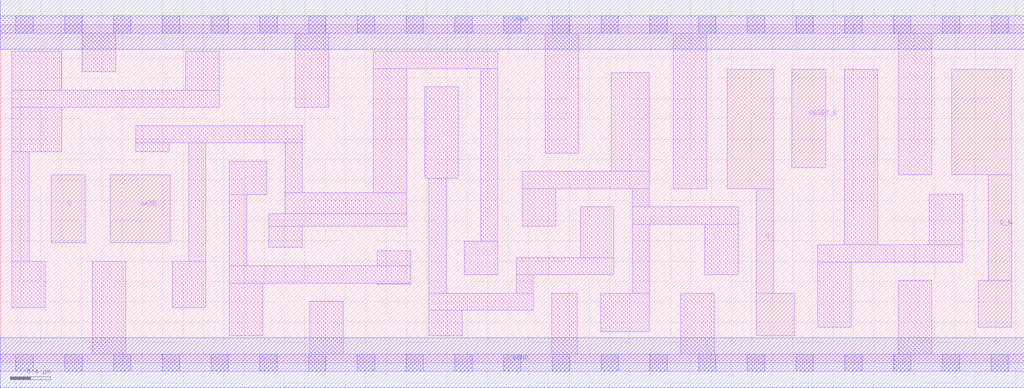
<source format=lef>
# Copyright 2020 The SkyWater PDK Authors
#
# Licensed under the Apache License, Version 2.0 (the "License");
# you may not use this file except in compliance with the License.
# You may obtain a copy of the License at
#
#     https://www.apache.org/licenses/LICENSE-2.0
#
# Unless required by applicable law or agreed to in writing, software
# distributed under the License is distributed on an "AS IS" BASIS,
# WITHOUT WARRANTIES OR CONDITIONS OF ANY KIND, either express or implied.
# See the License for the specific language governing permissions and
# limitations under the License.
#
# SPDX-License-Identifier: Apache-2.0

VERSION 5.7 ;
  NAMESCASESENSITIVE ON ;
  NOWIREEXTENSIONATPIN ON ;
  DIVIDERCHAR "/" ;
  BUSBITCHARS "[]" ;
UNITS
  DATABASE MICRONS 200 ;
END UNITS
MACRO sky130_fd_sc_lp__dlrbp_lp
  CLASS CORE ;
  SOURCE USER ;
  FOREIGN sky130_fd_sc_lp__dlrbp_lp ;
  ORIGIN  0.000000  0.000000 ;
  SIZE  10.08000 BY  3.330000 ;
  SYMMETRY X Y R90 ;
  SITE unit ;
  PIN D
    ANTENNAGATEAREA  0.376000 ;
    DIRECTION INPUT ;
    USE SIGNAL ;
    PORT
      LAYER li1 ;
        RECT 0.500000 1.180000 0.835000 1.850000 ;
    END
  END D
  PIN Q
    ANTENNADIFFAREA  0.404700 ;
    DIRECTION OUTPUT ;
    USE SIGNAL ;
    PORT
      LAYER li1 ;
        RECT 7.160000 1.715000 7.615000 2.890000 ;
        RECT 7.445000 0.265000 7.820000 0.685000 ;
        RECT 7.445000 0.685000 7.615000 1.715000 ;
    END
  END Q
  PIN Q_N
    ANTENNADIFFAREA  0.404700 ;
    DIRECTION OUTPUT ;
    USE SIGNAL ;
    PORT
      LAYER li1 ;
        RECT 9.370000 1.850000 9.960000 2.890000 ;
        RECT 9.630000 0.350000 9.960000 0.810000 ;
        RECT 9.725000 0.810000 9.960000 1.850000 ;
    END
  END Q_N
  PIN RESET_B
    ANTENNAGATEAREA  0.313000 ;
    DIRECTION INPUT ;
    USE SIGNAL ;
    PORT
      LAYER li1 ;
        RECT 7.795000 1.920000 8.125000 2.890000 ;
    END
  END RESET_B
  PIN GATE
    ANTENNAGATEAREA  0.376000 ;
    DIRECTION INPUT ;
    USE CLOCK ;
    PORT
      LAYER li1 ;
        RECT 1.085000 1.180000 1.675000 1.850000 ;
    END
  END GATE
  PIN VGND
    DIRECTION INOUT ;
    USE GROUND ;
    PORT
      LAYER met1 ;
        RECT 0.000000 -0.245000 10.080000 0.245000 ;
    END
  END VGND
  PIN VPWR
    DIRECTION INOUT ;
    USE POWER ;
    PORT
      LAYER met1 ;
        RECT 0.000000 3.085000 10.080000 3.575000 ;
    END
  END VPWR
  OBS
    LAYER li1 ;
      RECT 0.000000 -0.085000 10.080000 0.085000 ;
      RECT 0.000000  3.245000 10.080000 3.415000 ;
      RECT 0.115000  0.540000  0.445000 1.000000 ;
      RECT 0.115000  1.000000  0.285000 2.075000 ;
      RECT 0.115000  2.075000  0.605000 2.515000 ;
      RECT 0.115000  2.515000  2.155000 2.685000 ;
      RECT 0.115000  2.685000  0.605000 3.065000 ;
      RECT 0.805000  2.865000  1.135000 3.245000 ;
      RECT 0.905000  0.085000  1.235000 1.000000 ;
      RECT 1.335000  2.075000  1.665000 2.165000 ;
      RECT 1.335000  2.165000  2.975000 2.335000 ;
      RECT 1.695000  0.540000  2.025000 1.000000 ;
      RECT 1.825000  2.685000  2.155000 3.065000 ;
      RECT 1.855000  1.000000  2.025000 2.165000 ;
      RECT 2.255000  0.265000  2.585000 0.785000 ;
      RECT 2.255000  0.785000  4.040000 0.955000 ;
      RECT 2.255000  0.955000  2.425000 1.655000 ;
      RECT 2.255000  1.655000  2.625000 1.985000 ;
      RECT 2.645000  1.135000  2.975000 1.345000 ;
      RECT 2.645000  1.345000  4.000000 1.465000 ;
      RECT 2.805000  1.465000  4.000000 1.675000 ;
      RECT 2.805000  1.675000  2.975000 2.165000 ;
      RECT 2.905000  2.515000  3.235000 3.245000 ;
      RECT 3.045000  0.085000  3.375000 0.605000 ;
      RECT 3.670000  1.675000  4.000000 2.895000 ;
      RECT 3.670000  2.895000  4.900000 3.065000 ;
      RECT 3.710000  0.775000  4.040000 0.785000 ;
      RECT 3.710000  0.955000  4.040000 1.105000 ;
      RECT 4.180000  1.815000  4.510000 2.715000 ;
      RECT 4.220000  0.265000  4.550000 0.515000 ;
      RECT 4.220000  0.515000  5.250000 0.685000 ;
      RECT 4.220000  0.685000  4.390000 1.815000 ;
      RECT 4.570000  0.865000  4.900000 1.195000 ;
      RECT 4.730000  1.195000  4.900000 2.895000 ;
      RECT 5.080000  0.685000  5.250000 0.865000 ;
      RECT 5.080000  0.865000  6.040000 1.035000 ;
      RECT 5.140000  1.345000  5.470000 1.715000 ;
      RECT 5.140000  1.715000  6.390000 1.885000 ;
      RECT 5.365000  2.065000  5.695000 3.245000 ;
      RECT 5.430000  0.085000  5.680000 0.685000 ;
      RECT 5.710000  1.035000  6.040000 1.535000 ;
      RECT 5.910000  0.305000  6.390000 0.685000 ;
      RECT 6.015000  1.885000  6.390000 2.855000 ;
      RECT 6.220000  0.685000  6.390000 1.365000 ;
      RECT 6.220000  1.365000  7.265000 1.535000 ;
      RECT 6.220000  1.535000  6.390000 1.715000 ;
      RECT 6.625000  1.715000  6.955000 3.245000 ;
      RECT 6.700000  0.085000  7.030000 0.685000 ;
      RECT 6.935000  0.865000  7.265000 1.365000 ;
      RECT 8.050000  0.350000  8.380000 0.990000 ;
      RECT 8.050000  0.990000  9.475000 1.160000 ;
      RECT 8.310000  1.160000  8.640000 2.890000 ;
      RECT 8.840000  0.085000  9.170000 0.810000 ;
      RECT 8.840000  1.850000  9.170000 3.245000 ;
      RECT 9.145000  1.160000  9.475000 1.660000 ;
    LAYER mcon ;
      RECT 0.155000 -0.085000 0.325000 0.085000 ;
      RECT 0.155000  3.245000 0.325000 3.415000 ;
      RECT 0.635000 -0.085000 0.805000 0.085000 ;
      RECT 0.635000  3.245000 0.805000 3.415000 ;
      RECT 1.115000 -0.085000 1.285000 0.085000 ;
      RECT 1.115000  3.245000 1.285000 3.415000 ;
      RECT 1.595000 -0.085000 1.765000 0.085000 ;
      RECT 1.595000  3.245000 1.765000 3.415000 ;
      RECT 2.075000 -0.085000 2.245000 0.085000 ;
      RECT 2.075000  3.245000 2.245000 3.415000 ;
      RECT 2.555000 -0.085000 2.725000 0.085000 ;
      RECT 2.555000  3.245000 2.725000 3.415000 ;
      RECT 3.035000 -0.085000 3.205000 0.085000 ;
      RECT 3.035000  3.245000 3.205000 3.415000 ;
      RECT 3.515000 -0.085000 3.685000 0.085000 ;
      RECT 3.515000  3.245000 3.685000 3.415000 ;
      RECT 3.995000 -0.085000 4.165000 0.085000 ;
      RECT 3.995000  3.245000 4.165000 3.415000 ;
      RECT 4.475000 -0.085000 4.645000 0.085000 ;
      RECT 4.475000  3.245000 4.645000 3.415000 ;
      RECT 4.955000 -0.085000 5.125000 0.085000 ;
      RECT 4.955000  3.245000 5.125000 3.415000 ;
      RECT 5.435000 -0.085000 5.605000 0.085000 ;
      RECT 5.435000  3.245000 5.605000 3.415000 ;
      RECT 5.915000 -0.085000 6.085000 0.085000 ;
      RECT 5.915000  3.245000 6.085000 3.415000 ;
      RECT 6.395000 -0.085000 6.565000 0.085000 ;
      RECT 6.395000  3.245000 6.565000 3.415000 ;
      RECT 6.875000 -0.085000 7.045000 0.085000 ;
      RECT 6.875000  3.245000 7.045000 3.415000 ;
      RECT 7.355000 -0.085000 7.525000 0.085000 ;
      RECT 7.355000  3.245000 7.525000 3.415000 ;
      RECT 7.835000 -0.085000 8.005000 0.085000 ;
      RECT 7.835000  3.245000 8.005000 3.415000 ;
      RECT 8.315000 -0.085000 8.485000 0.085000 ;
      RECT 8.315000  3.245000 8.485000 3.415000 ;
      RECT 8.795000 -0.085000 8.965000 0.085000 ;
      RECT 8.795000  3.245000 8.965000 3.415000 ;
      RECT 9.275000 -0.085000 9.445000 0.085000 ;
      RECT 9.275000  3.245000 9.445000 3.415000 ;
      RECT 9.755000 -0.085000 9.925000 0.085000 ;
      RECT 9.755000  3.245000 9.925000 3.415000 ;
  END
END sky130_fd_sc_lp__dlrbp_lp
END LIBRARY

</source>
